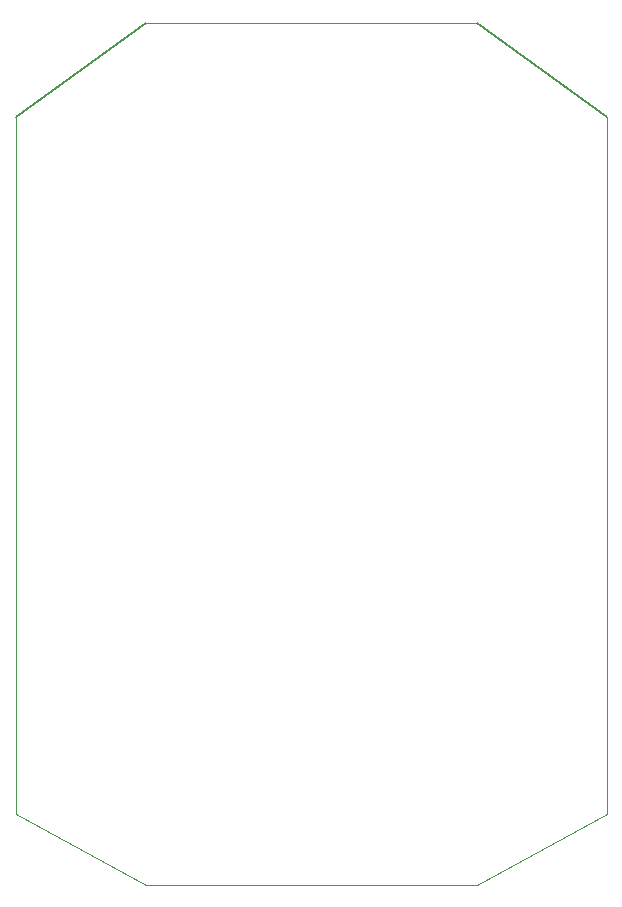
<source format=gm1>
G04 #@! TF.GenerationSoftware,KiCad,Pcbnew,9.0.0*
G04 #@! TF.CreationDate,2025-04-22T19:19:30+02:00*
G04 #@! TF.ProjectId,bio_robots,62696f5f-726f-4626-9f74-732e6b696361,rev?*
G04 #@! TF.SameCoordinates,Original*
G04 #@! TF.FileFunction,Profile,NP*
%FSLAX46Y46*%
G04 Gerber Fmt 4.6, Leading zero omitted, Abs format (unit mm)*
G04 Created by KiCad (PCBNEW 9.0.0) date 2025-04-22 19:19:30*
%MOMM*%
%LPD*%
G01*
G04 APERTURE LIST*
G04 #@! TA.AperFunction,Profile*
%ADD10C,0.050000*%
G04 #@! TD*
G04 #@! TA.AperFunction,Profile*
%ADD11C,0.200000*%
G04 #@! TD*
G04 APERTURE END LIST*
D10*
X70000000Y-139000000D02*
X70000000Y-80000000D01*
X109000000Y-145000000D02*
X81000000Y-145000000D01*
X81000000Y-72000000D02*
X109000000Y-72000000D01*
X120000000Y-80000000D02*
X120000000Y-139000000D01*
D11*
X120000000Y-80000000D02*
X109000000Y-72000000D01*
D10*
X81000000Y-145000000D02*
X70000000Y-139000000D01*
X109000000Y-145000000D02*
X120000000Y-139000000D01*
D11*
X81000000Y-72000000D02*
X70000000Y-80000000D01*
M02*

</source>
